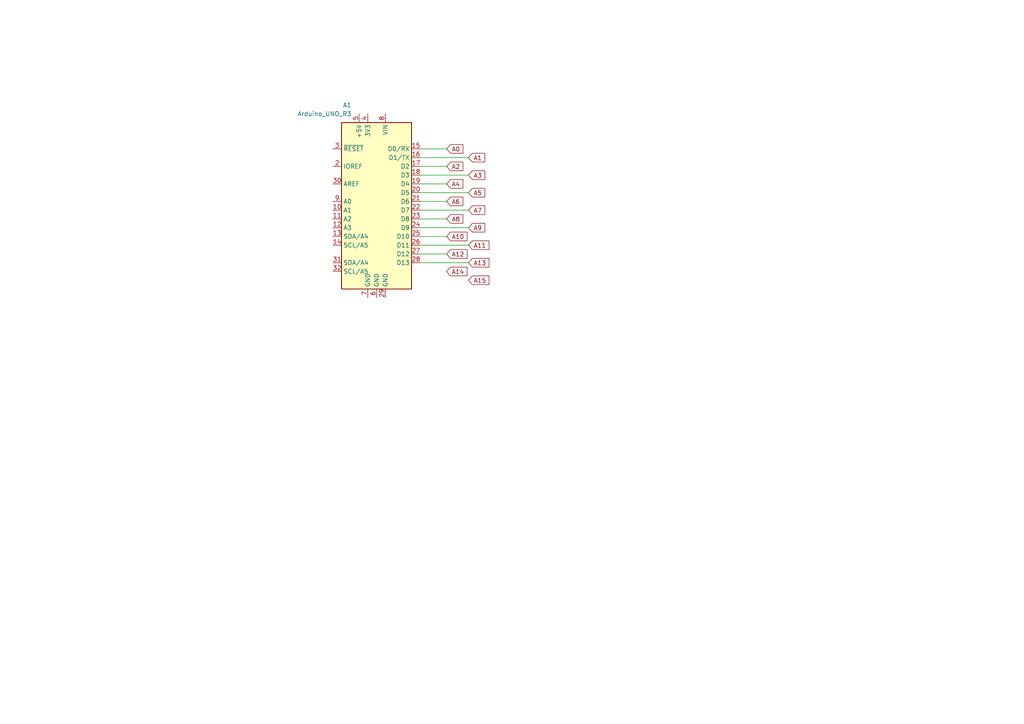
<source format=kicad_sch>
(kicad_sch
	(version 20231120)
	(generator "eeschema")
	(generator_version "8.0")
	(uuid "35592e2c-3803-41d2-a20d-16d4b7d74433")
	(paper "A4")
	(lib_symbols
		(symbol "MCU_Module:Arduino_UNO_R3"
			(exclude_from_sim no)
			(in_bom yes)
			(on_board yes)
			(property "Reference" "A"
				(at -10.16 23.495 0)
				(effects
					(font
						(size 1.27 1.27)
					)
					(justify left bottom)
				)
			)
			(property "Value" "Arduino_UNO_R3"
				(at 5.08 -26.67 0)
				(effects
					(font
						(size 1.27 1.27)
					)
					(justify left top)
				)
			)
			(property "Footprint" "Module:Arduino_UNO_R3"
				(at 0 0 0)
				(effects
					(font
						(size 1.27 1.27)
						(italic yes)
					)
					(hide yes)
				)
			)
			(property "Datasheet" "https://www.arduino.cc/en/Main/arduinoBoardUno"
				(at 0 0 0)
				(effects
					(font
						(size 1.27 1.27)
					)
					(hide yes)
				)
			)
			(property "Description" "Arduino UNO Microcontroller Module, release 3"
				(at 0 0 0)
				(effects
					(font
						(size 1.27 1.27)
					)
					(hide yes)
				)
			)
			(property "ki_keywords" "Arduino UNO R3 Microcontroller Module Atmel AVR USB"
				(at 0 0 0)
				(effects
					(font
						(size 1.27 1.27)
					)
					(hide yes)
				)
			)
			(property "ki_fp_filters" "Arduino*UNO*R3*"
				(at 0 0 0)
				(effects
					(font
						(size 1.27 1.27)
					)
					(hide yes)
				)
			)
			(symbol "Arduino_UNO_R3_0_1"
				(rectangle
					(start -10.16 22.86)
					(end 10.16 -25.4)
					(stroke
						(width 0.254)
						(type default)
					)
					(fill
						(type background)
					)
				)
			)
			(symbol "Arduino_UNO_R3_1_1"
				(pin no_connect line
					(at -10.16 -20.32 0)
					(length 2.54) hide
					(name "NC"
						(effects
							(font
								(size 1.27 1.27)
							)
						)
					)
					(number "1"
						(effects
							(font
								(size 1.27 1.27)
							)
						)
					)
				)
				(pin bidirectional line
					(at 12.7 -2.54 180)
					(length 2.54)
					(name "A1"
						(effects
							(font
								(size 1.27 1.27)
							)
						)
					)
					(number "10"
						(effects
							(font
								(size 1.27 1.27)
							)
						)
					)
				)
				(pin bidirectional line
					(at 12.7 -5.08 180)
					(length 2.54)
					(name "A2"
						(effects
							(font
								(size 1.27 1.27)
							)
						)
					)
					(number "11"
						(effects
							(font
								(size 1.27 1.27)
							)
						)
					)
				)
				(pin bidirectional line
					(at 12.7 -7.62 180)
					(length 2.54)
					(name "A3"
						(effects
							(font
								(size 1.27 1.27)
							)
						)
					)
					(number "12"
						(effects
							(font
								(size 1.27 1.27)
							)
						)
					)
				)
				(pin bidirectional line
					(at 12.7 -10.16 180)
					(length 2.54)
					(name "SDA/A4"
						(effects
							(font
								(size 1.27 1.27)
							)
						)
					)
					(number "13"
						(effects
							(font
								(size 1.27 1.27)
							)
						)
					)
				)
				(pin bidirectional line
					(at 12.7 -12.7 180)
					(length 2.54)
					(name "SCL/A5"
						(effects
							(font
								(size 1.27 1.27)
							)
						)
					)
					(number "14"
						(effects
							(font
								(size 1.27 1.27)
							)
						)
					)
				)
				(pin bidirectional line
					(at -12.7 15.24 0)
					(length 2.54)
					(name "D0/RX"
						(effects
							(font
								(size 1.27 1.27)
							)
						)
					)
					(number "15"
						(effects
							(font
								(size 1.27 1.27)
							)
						)
					)
				)
				(pin bidirectional line
					(at -12.7 12.7 0)
					(length 2.54)
					(name "D1/TX"
						(effects
							(font
								(size 1.27 1.27)
							)
						)
					)
					(number "16"
						(effects
							(font
								(size 1.27 1.27)
							)
						)
					)
				)
				(pin bidirectional line
					(at -12.7 10.16 0)
					(length 2.54)
					(name "D2"
						(effects
							(font
								(size 1.27 1.27)
							)
						)
					)
					(number "17"
						(effects
							(font
								(size 1.27 1.27)
							)
						)
					)
				)
				(pin bidirectional line
					(at -12.7 7.62 0)
					(length 2.54)
					(name "D3"
						(effects
							(font
								(size 1.27 1.27)
							)
						)
					)
					(number "18"
						(effects
							(font
								(size 1.27 1.27)
							)
						)
					)
				)
				(pin bidirectional line
					(at -12.7 5.08 0)
					(length 2.54)
					(name "D4"
						(effects
							(font
								(size 1.27 1.27)
							)
						)
					)
					(number "19"
						(effects
							(font
								(size 1.27 1.27)
							)
						)
					)
				)
				(pin output line
					(at 12.7 10.16 180)
					(length 2.54)
					(name "IOREF"
						(effects
							(font
								(size 1.27 1.27)
							)
						)
					)
					(number "2"
						(effects
							(font
								(size 1.27 1.27)
							)
						)
					)
				)
				(pin bidirectional line
					(at -12.7 2.54 0)
					(length 2.54)
					(name "D5"
						(effects
							(font
								(size 1.27 1.27)
							)
						)
					)
					(number "20"
						(effects
							(font
								(size 1.27 1.27)
							)
						)
					)
				)
				(pin bidirectional line
					(at -12.7 0 0)
					(length 2.54)
					(name "D6"
						(effects
							(font
								(size 1.27 1.27)
							)
						)
					)
					(number "21"
						(effects
							(font
								(size 1.27 1.27)
							)
						)
					)
				)
				(pin bidirectional line
					(at -12.7 -2.54 0)
					(length 2.54)
					(name "D7"
						(effects
							(font
								(size 1.27 1.27)
							)
						)
					)
					(number "22"
						(effects
							(font
								(size 1.27 1.27)
							)
						)
					)
				)
				(pin bidirectional line
					(at -12.7 -5.08 0)
					(length 2.54)
					(name "D8"
						(effects
							(font
								(size 1.27 1.27)
							)
						)
					)
					(number "23"
						(effects
							(font
								(size 1.27 1.27)
							)
						)
					)
				)
				(pin bidirectional line
					(at -12.7 -7.62 0)
					(length 2.54)
					(name "D9"
						(effects
							(font
								(size 1.27 1.27)
							)
						)
					)
					(number "24"
						(effects
							(font
								(size 1.27 1.27)
							)
						)
					)
				)
				(pin bidirectional line
					(at -12.7 -10.16 0)
					(length 2.54)
					(name "D10"
						(effects
							(font
								(size 1.27 1.27)
							)
						)
					)
					(number "25"
						(effects
							(font
								(size 1.27 1.27)
							)
						)
					)
				)
				(pin bidirectional line
					(at -12.7 -12.7 0)
					(length 2.54)
					(name "D11"
						(effects
							(font
								(size 1.27 1.27)
							)
						)
					)
					(number "26"
						(effects
							(font
								(size 1.27 1.27)
							)
						)
					)
				)
				(pin bidirectional line
					(at -12.7 -15.24 0)
					(length 2.54)
					(name "D12"
						(effects
							(font
								(size 1.27 1.27)
							)
						)
					)
					(number "27"
						(effects
							(font
								(size 1.27 1.27)
							)
						)
					)
				)
				(pin bidirectional line
					(at -12.7 -17.78 0)
					(length 2.54)
					(name "D13"
						(effects
							(font
								(size 1.27 1.27)
							)
						)
					)
					(number "28"
						(effects
							(font
								(size 1.27 1.27)
							)
						)
					)
				)
				(pin power_in line
					(at -2.54 -27.94 90)
					(length 2.54)
					(name "GND"
						(effects
							(font
								(size 1.27 1.27)
							)
						)
					)
					(number "29"
						(effects
							(font
								(size 1.27 1.27)
							)
						)
					)
				)
				(pin input line
					(at 12.7 15.24 180)
					(length 2.54)
					(name "~{RESET}"
						(effects
							(font
								(size 1.27 1.27)
							)
						)
					)
					(number "3"
						(effects
							(font
								(size 1.27 1.27)
							)
						)
					)
				)
				(pin input line
					(at 12.7 5.08 180)
					(length 2.54)
					(name "AREF"
						(effects
							(font
								(size 1.27 1.27)
							)
						)
					)
					(number "30"
						(effects
							(font
								(size 1.27 1.27)
							)
						)
					)
				)
				(pin bidirectional line
					(at 12.7 -17.78 180)
					(length 2.54)
					(name "SDA/A4"
						(effects
							(font
								(size 1.27 1.27)
							)
						)
					)
					(number "31"
						(effects
							(font
								(size 1.27 1.27)
							)
						)
					)
				)
				(pin bidirectional line
					(at 12.7 -20.32 180)
					(length 2.54)
					(name "SCL/A5"
						(effects
							(font
								(size 1.27 1.27)
							)
						)
					)
					(number "32"
						(effects
							(font
								(size 1.27 1.27)
							)
						)
					)
				)
				(pin power_out line
					(at 2.54 25.4 270)
					(length 2.54)
					(name "3V3"
						(effects
							(font
								(size 1.27 1.27)
							)
						)
					)
					(number "4"
						(effects
							(font
								(size 1.27 1.27)
							)
						)
					)
				)
				(pin power_out line
					(at 5.08 25.4 270)
					(length 2.54)
					(name "+5V"
						(effects
							(font
								(size 1.27 1.27)
							)
						)
					)
					(number "5"
						(effects
							(font
								(size 1.27 1.27)
							)
						)
					)
				)
				(pin power_in line
					(at 0 -27.94 90)
					(length 2.54)
					(name "GND"
						(effects
							(font
								(size 1.27 1.27)
							)
						)
					)
					(number "6"
						(effects
							(font
								(size 1.27 1.27)
							)
						)
					)
				)
				(pin power_in line
					(at 2.54 -27.94 90)
					(length 2.54)
					(name "GND"
						(effects
							(font
								(size 1.27 1.27)
							)
						)
					)
					(number "7"
						(effects
							(font
								(size 1.27 1.27)
							)
						)
					)
				)
				(pin power_in line
					(at -2.54 25.4 270)
					(length 2.54)
					(name "VIN"
						(effects
							(font
								(size 1.27 1.27)
							)
						)
					)
					(number "8"
						(effects
							(font
								(size 1.27 1.27)
							)
						)
					)
				)
				(pin bidirectional line
					(at 12.7 0 180)
					(length 2.54)
					(name "A0"
						(effects
							(font
								(size 1.27 1.27)
							)
						)
					)
					(number "9"
						(effects
							(font
								(size 1.27 1.27)
							)
						)
					)
				)
			)
		)
	)
	(wire
		(pts
			(xy 121.92 63.5) (xy 129.54 63.5)
		)
		(stroke
			(width 0)
			(type default)
		)
		(uuid "02dd5c45-5ce3-4900-8992-2239c54a472f")
	)
	(wire
		(pts
			(xy 121.92 50.8) (xy 135.89 50.8)
		)
		(stroke
			(width 0)
			(type default)
		)
		(uuid "0f04f695-1275-436d-9c84-a822c98ad230")
	)
	(wire
		(pts
			(xy 121.92 55.88) (xy 135.89 55.88)
		)
		(stroke
			(width 0)
			(type default)
		)
		(uuid "38894961-ea13-4d99-b376-209b1a1a300c")
	)
	(wire
		(pts
			(xy 121.92 45.72) (xy 135.89 45.72)
		)
		(stroke
			(width 0)
			(type default)
		)
		(uuid "3dc32b0f-9d46-49cc-9d2f-cc5073572766")
	)
	(wire
		(pts
			(xy 121.92 73.66) (xy 129.54 73.66)
		)
		(stroke
			(width 0)
			(type default)
		)
		(uuid "43225d4c-d159-4835-b416-b4910f7c6209")
	)
	(wire
		(pts
			(xy 121.92 71.12) (xy 135.89 71.12)
		)
		(stroke
			(width 0)
			(type default)
		)
		(uuid "98325e60-cfcf-4706-bdc4-ba15f31593de")
	)
	(wire
		(pts
			(xy 121.92 60.96) (xy 135.89 60.96)
		)
		(stroke
			(width 0)
			(type default)
		)
		(uuid "9d3995a7-c7a4-4305-9475-14f8268cb875")
	)
	(wire
		(pts
			(xy 121.92 66.04) (xy 135.89 66.04)
		)
		(stroke
			(width 0)
			(type default)
		)
		(uuid "a3900870-4be9-4746-bd57-e66307c1c605")
	)
	(wire
		(pts
			(xy 121.92 43.18) (xy 129.54 43.18)
		)
		(stroke
			(width 0)
			(type default)
		)
		(uuid "afcec92e-024e-4b69-b36b-1e66239c4850")
	)
	(wire
		(pts
			(xy 121.92 48.26) (xy 129.54 48.26)
		)
		(stroke
			(width 0)
			(type default)
		)
		(uuid "cb5d4105-75cf-4597-a783-84a182780311")
	)
	(wire
		(pts
			(xy 121.92 53.34) (xy 129.54 53.34)
		)
		(stroke
			(width 0)
			(type default)
		)
		(uuid "cd69a8c8-2fdb-4104-b08b-3d4c51843885")
	)
	(wire
		(pts
			(xy 121.92 76.2) (xy 135.89 76.2)
		)
		(stroke
			(width 0)
			(type default)
		)
		(uuid "df8cc7fe-d385-4145-ac6b-e69f5f87a2bd")
	)
	(wire
		(pts
			(xy 121.92 58.42) (xy 129.54 58.42)
		)
		(stroke
			(width 0)
			(type default)
		)
		(uuid "e5ab13da-2ba1-4b11-9884-8e8e53bfbd1a")
	)
	(wire
		(pts
			(xy 121.92 68.58) (xy 129.54 68.58)
		)
		(stroke
			(width 0)
			(type default)
		)
		(uuid "f5de9a12-95f7-4ae8-9d6e-d4cc7d5438df")
	)
	(global_label "A8"
		(shape input)
		(at 129.54 63.5 0)
		(fields_autoplaced yes)
		(effects
			(font
				(size 1.27 1.27)
			)
			(justify left)
		)
		(uuid "10dc3532-03cd-4d6f-992a-95e43e5e07be")
		(property "Intersheetrefs" "${INTERSHEET_REFS}"
			(at 134.8233 63.5 0)
			(effects
				(font
					(size 1.27 1.27)
				)
				(justify left)
				(hide yes)
			)
		)
	)
	(global_label "A11"
		(shape input)
		(at 135.89 71.12 0)
		(fields_autoplaced yes)
		(effects
			(font
				(size 1.27 1.27)
			)
			(justify left)
		)
		(uuid "2af2b261-e320-4924-af3e-a4ee315af6cd")
		(property "Intersheetrefs" "${INTERSHEET_REFS}"
			(at 142.3828 71.12 0)
			(effects
				(font
					(size 1.27 1.27)
				)
				(justify left)
				(hide yes)
			)
		)
	)
	(global_label "A9"
		(shape input)
		(at 135.89 66.04 0)
		(fields_autoplaced yes)
		(effects
			(font
				(size 1.27 1.27)
			)
			(justify left)
		)
		(uuid "301f22ec-144b-49ae-a81a-f00001abc6b5")
		(property "Intersheetrefs" "${INTERSHEET_REFS}"
			(at 141.1733 66.04 0)
			(effects
				(font
					(size 1.27 1.27)
				)
				(justify left)
				(hide yes)
			)
		)
	)
	(global_label "A1"
		(shape input)
		(at 135.89 45.72 0)
		(fields_autoplaced yes)
		(effects
			(font
				(size 1.27 1.27)
			)
			(justify left)
		)
		(uuid "51e632e6-4d7a-472e-8d10-978aa1bd2b0e")
		(property "Intersheetrefs" "${INTERSHEET_REFS}"
			(at 141.1733 45.72 0)
			(effects
				(font
					(size 1.27 1.27)
				)
				(justify left)
				(hide yes)
			)
		)
	)
	(global_label "A7"
		(shape input)
		(at 135.89 60.96 0)
		(fields_autoplaced yes)
		(effects
			(font
				(size 1.27 1.27)
			)
			(justify left)
		)
		(uuid "656ca537-a812-4ffc-b90c-17bb24ade579")
		(property "Intersheetrefs" "${INTERSHEET_REFS}"
			(at 141.1733 60.96 0)
			(effects
				(font
					(size 1.27 1.27)
				)
				(justify left)
				(hide yes)
			)
		)
	)
	(global_label "A5"
		(shape input)
		(at 135.89 55.88 0)
		(fields_autoplaced yes)
		(effects
			(font
				(size 1.27 1.27)
			)
			(justify left)
		)
		(uuid "6c61e9aa-dfc1-42e1-9d9b-59c05e348d77")
		(property "Intersheetrefs" "${INTERSHEET_REFS}"
			(at 141.1733 55.88 0)
			(effects
				(font
					(size 1.27 1.27)
				)
				(justify left)
				(hide yes)
			)
		)
	)
	(global_label "A12"
		(shape input)
		(at 129.54 73.66 0)
		(fields_autoplaced yes)
		(effects
			(font
				(size 1.27 1.27)
			)
			(justify left)
		)
		(uuid "734e79c2-a7dd-403f-b4cb-cabc44616237")
		(property "Intersheetrefs" "${INTERSHEET_REFS}"
			(at 136.0328 73.66 0)
			(effects
				(font
					(size 1.27 1.27)
				)
				(justify left)
				(hide yes)
			)
		)
	)
	(global_label "A4"
		(shape input)
		(at 129.54 53.34 0)
		(fields_autoplaced yes)
		(effects
			(font
				(size 1.27 1.27)
			)
			(justify left)
		)
		(uuid "7f102688-40b6-4920-a6d1-73b0ff7d91fa")
		(property "Intersheetrefs" "${INTERSHEET_REFS}"
			(at 134.8233 53.34 0)
			(effects
				(font
					(size 1.27 1.27)
				)
				(justify left)
				(hide yes)
			)
		)
	)
	(global_label "A13"
		(shape input)
		(at 135.89 76.2 0)
		(fields_autoplaced yes)
		(effects
			(font
				(size 1.27 1.27)
			)
			(justify left)
		)
		(uuid "804950ad-4252-4b55-b431-89863d56cf5b")
		(property "Intersheetrefs" "${INTERSHEET_REFS}"
			(at 142.3828 76.2 0)
			(effects
				(font
					(size 1.27 1.27)
				)
				(justify left)
				(hide yes)
			)
		)
	)
	(global_label "A15"
		(shape input)
		(at 135.89 81.28 0)
		(fields_autoplaced yes)
		(effects
			(font
				(size 1.27 1.27)
			)
			(justify left)
		)
		(uuid "9fc0ac92-6303-49e8-847d-09ffb4bbceee")
		(property "Intersheetrefs" "${INTERSHEET_REFS}"
			(at 142.3828 81.28 0)
			(effects
				(font
					(size 1.27 1.27)
				)
				(justify left)
				(hide yes)
			)
		)
	)
	(global_label "A2"
		(shape input)
		(at 129.54 48.26 0)
		(fields_autoplaced yes)
		(effects
			(font
				(size 1.27 1.27)
			)
			(justify left)
		)
		(uuid "b355b5bb-0f0f-4057-ab7b-7b5ad684a2ff")
		(property "Intersheetrefs" "${INTERSHEET_REFS}"
			(at 134.8233 48.26 0)
			(effects
				(font
					(size 1.27 1.27)
				)
				(justify left)
				(hide yes)
			)
		)
	)
	(global_label "A6"
		(shape input)
		(at 129.54 58.42 0)
		(fields_autoplaced yes)
		(effects
			(font
				(size 1.27 1.27)
			)
			(justify left)
		)
		(uuid "c9d8f6de-7b74-4198-af64-35ade0ccd398")
		(property "Intersheetrefs" "${INTERSHEET_REFS}"
			(at 134.8233 58.42 0)
			(effects
				(font
					(size 1.27 1.27)
				)
				(justify left)
				(hide yes)
			)
		)
	)
	(global_label "A14"
		(shape input)
		(at 129.54 78.74 0)
		(fields_autoplaced yes)
		(effects
			(font
				(size 1.27 1.27)
			)
			(justify left)
		)
		(uuid "ce0753af-18cf-4298-b141-941fdb4296c5")
		(property "Intersheetrefs" "${INTERSHEET_REFS}"
			(at 136.0328 78.74 0)
			(effects
				(font
					(size 1.27 1.27)
				)
				(justify left)
				(hide yes)
			)
		)
	)
	(global_label "A10"
		(shape input)
		(at 129.54 68.58 0)
		(fields_autoplaced yes)
		(effects
			(font
				(size 1.27 1.27)
			)
			(justify left)
		)
		(uuid "ecc25f9f-6168-4751-9db5-d309da5e0aff")
		(property "Intersheetrefs" "${INTERSHEET_REFS}"
			(at 136.0328 68.58 0)
			(effects
				(font
					(size 1.27 1.27)
				)
				(justify left)
				(hide yes)
			)
		)
	)
	(global_label "A0"
		(shape input)
		(at 129.54 43.18 0)
		(fields_autoplaced yes)
		(effects
			(font
				(size 1.27 1.27)
			)
			(justify left)
		)
		(uuid "f07951b5-effe-4494-8d05-949849fe06b5")
		(property "Intersheetrefs" "${INTERSHEET_REFS}"
			(at 134.8233 43.18 0)
			(effects
				(font
					(size 1.27 1.27)
				)
				(justify left)
				(hide yes)
			)
		)
	)
	(global_label "A3"
		(shape input)
		(at 135.89 50.8 0)
		(fields_autoplaced yes)
		(effects
			(font
				(size 1.27 1.27)
			)
			(justify left)
		)
		(uuid "fc429267-7ef7-4307-b237-2b7c4501374e")
		(property "Intersheetrefs" "${INTERSHEET_REFS}"
			(at 141.1733 50.8 0)
			(effects
				(font
					(size 1.27 1.27)
				)
				(justify left)
				(hide yes)
			)
		)
	)
	(symbol
		(lib_id "MCU_Module:Arduino_UNO_R3")
		(at 109.22 58.42 0)
		(mirror y)
		(unit 1)
		(exclude_from_sim no)
		(in_bom yes)
		(on_board yes)
		(dnp no)
		(uuid "5024657e-cf11-4192-a411-f31145ceebea")
		(property "Reference" "A1"
			(at 101.9459 30.48 0)
			(effects
				(font
					(size 1.27 1.27)
				)
				(justify left)
			)
		)
		(property "Value" "Arduino_UNO_R3"
			(at 101.9459 33.02 0)
			(effects
				(font
					(size 1.27 1.27)
				)
				(justify left)
			)
		)
		(property "Footprint" "Module:Arduino_UNO_R3"
			(at 109.22 58.42 0)
			(effects
				(font
					(size 1.27 1.27)
					(italic yes)
				)
				(hide yes)
			)
		)
		(property "Datasheet" "https://www.arduino.cc/en/Main/arduinoBoardUno"
			(at 109.22 58.42 0)
			(effects
				(font
					(size 1.27 1.27)
				)
				(hide yes)
			)
		)
		(property "Description" "Arduino UNO Microcontroller Module, release 3"
			(at 109.22 58.42 0)
			(effects
				(font
					(size 1.27 1.27)
				)
				(hide yes)
			)
		)
		(pin "22"
			(uuid "202edcf2-42ee-4163-ae3a-f1f9155b0438")
		)
		(pin "6"
			(uuid "75de2dff-08f3-4b0d-b2e8-d912862478e4")
		)
		(pin "16"
			(uuid "96572efc-3d58-41e4-9e8c-12889c4ee016")
		)
		(pin "7"
			(uuid "4dfc47c2-448a-4687-aaa7-315fde5147dd")
		)
		(pin "23"
			(uuid "86318caf-40fe-4f5f-b7de-a5abd7622b4f")
		)
		(pin "14"
			(uuid "af6124d2-a9f3-4eaf-809f-b78af4322cb1")
		)
		(pin "15"
			(uuid "c6e5143a-a4e6-45cd-8bf7-cc7732e53b92")
		)
		(pin "19"
			(uuid "1543ce29-128a-43d9-8191-7bfc68b4bdcb")
		)
		(pin "11"
			(uuid "ff960cab-6fba-4786-b3ff-4303d4c4070b")
		)
		(pin "25"
			(uuid "3a882bb8-87ec-49cb-95fc-f8f528390ef4")
		)
		(pin "29"
			(uuid "9f09b9c9-0873-4eab-b541-5f5fbef56b3d")
		)
		(pin "17"
			(uuid "f4d8a884-4e56-41bf-b483-47f5748446ce")
		)
		(pin "26"
			(uuid "7cc3cc22-aecc-4081-bcd9-c1fe42478c9d")
		)
		(pin "28"
			(uuid "dfc9d265-95a0-4c44-ba6b-56fe71750366")
		)
		(pin "4"
			(uuid "fa017093-0fcf-4898-a41e-3cf2ce9ad182")
		)
		(pin "31"
			(uuid "28511ae7-fb25-4377-8e6b-f7f2b7281e57")
		)
		(pin "21"
			(uuid "dcaf7fb4-91e0-40e4-ae55-ff7bfb58936b")
		)
		(pin "12"
			(uuid "a7404520-7c1f-4464-98aa-1a47ca4da49a")
		)
		(pin "2"
			(uuid "a7370668-4846-46a4-87b3-c43b8372e9e0")
		)
		(pin "18"
			(uuid "fcf6f68b-c6d2-484a-abd1-7ef7eb26e6da")
		)
		(pin "10"
			(uuid "7be5ebeb-5b3c-489f-9b6c-8b22a1fb2aad")
		)
		(pin "27"
			(uuid "eb25b536-bfb8-4425-b150-424aecb3b192")
		)
		(pin "3"
			(uuid "cff68239-cee3-4d74-81f4-e56ab909e08a")
		)
		(pin "32"
			(uuid "56568877-27f9-45db-b408-6d4a55983b53")
		)
		(pin "1"
			(uuid "ffa41546-72fc-4c3f-9e51-2ac9f9144eee")
		)
		(pin "20"
			(uuid "c81b479c-bf92-44fd-a5fd-be19e6b2d44a")
		)
		(pin "24"
			(uuid "432beb48-3d2a-4f7c-8ff9-af695c1283cc")
		)
		(pin "30"
			(uuid "d4a372da-08cf-4871-9190-107634475f78")
		)
		(pin "8"
			(uuid "67c0b83a-6177-4fd3-a160-75fd4077d420")
		)
		(pin "13"
			(uuid "ecb57579-8232-4275-a3ae-d407b17d59ed")
		)
		(pin "9"
			(uuid "458c6a39-0cd4-4413-ae22-023db772fedc")
		)
		(pin "5"
			(uuid "3a84b3a3-e70b-4d55-9abd-57b8d2eb2cfa")
		)
		(instances
			(project ""
				(path "/eadf0827-08c7-47e0-b907-b87f4494f22b/78aba5ec-0448-4c2c-8e2e-6a8ad3d0a6d9"
					(reference "A1")
					(unit 1)
				)
			)
		)
	)
)

</source>
